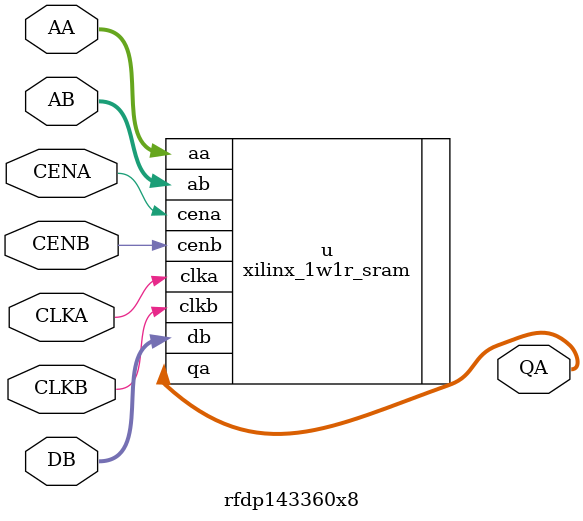
<source format=v>

`define RFDP(dpeth, width)    \
module rfdp``dpeth``x``width (					\
	output 		[width-1:0]				QA,     \
	input 		[$clog2(dpeth)-1:0] 	AA,     \
	input 								CLKA,   \
	input 								CENA,   \
	input 		[$clog2(dpeth)-1:0] 	AB,     \
	input 		[width-1:0] 			DB,     \
	input 								CLKB,   \
	input 								CENB    \
	);                                          \
	xilinx_1w1r_sram #(                            \
		.WWORD		(width),                    \
		.WADDR		($clog2(dpeth)),            \
		.DEPTH		(dpeth)                     \
		) u (                                   \
		.clka		(CLKA),                     \
		.aa			(AA),                       \
		.cena		(CENA),                     \
		.qa			(QA),                       \
                                                \
		.clkb		(CLKB),                     \
		.ab			(AB),                       \
		.cenb		(CENB),                     \
		.db			(DB));                      \
endmodule



`define RFDPWP(dpeth, width, wpwidth)    \
module rfdp``dpeth``x``width``_wp``wpwidth (		\
	output 		[width-1:0]				QA,     \
	input 		[$clog2(dpeth)-1:0] 	AA,     \
	input 								CLKA,   \
	input 								CENA,   \
	input 		[$clog2(dpeth)-1:0] 	AB,     \
	input 		[width-1:0] 			DB,     \
	input 								CLKB,   \
	input 		[width/wpwidth-1:0]		WENB,	\
	input 								CENB	\
	);                                          \
	parameter           BYTENB = width / 8;												\
	parameter			WPNB   = width/wpwidth; 				                        \
	parameter           WPBYTE = wpwidth / 8;                                           \
    wire    [BYTENB-1:0]    WENB8;                                       			    \
    genvar                  wpIdx, bmIdx;                                               \
    generate                                                                            \
        for (wpIdx = 0; wpIdx < WPNB; wpIdx = wpIdx + 1) begin: GENERATE_WP             \
            for (bmIdx = 0; bmIdx < WPBYTE; bmIdx = bmIdx + 1) begin: GENERATE_BM       \
                assign WENB8[wpIdx * WPBYTE + bmIdx] = WENB[wpIdx];                     \
            end                                                                         \
        end                                                                             \
    endgenerate                                                                         \
	xilinx_1w1r_sram_wp8 #(                     \
		.WWORD		(width),                    \
		.WADDR		($clog2(dpeth)),            \
		.DEPTH		(dpeth),                    \
		.WP			(8)                   		\
		) u (                                   \
		.clka		(CLKA),                     \
		.aa			(AA),                       \
		.cena		(CENA),                     \
		.qa			(QA),                       \
		.clkb		(CLKB),                     \
		.ab			(AB),                       \
		.wenb		(WENB8),                     \
		.cenb		(CENB),                     \
		.db			(DB));                      \
endmodule


`RFDP(32,32)
`RFDP(2048,8)
`RFDPWP(2048,128,32)
`RFDP(2048,128)
`RFDP(256,32)
`RFDP(512,32)
`RFDP(1024,32)
`RFDP(256,24)
`RFDP(64,38)
`RFDP(32,128)
`RFDP(32,130)

`RFDP(262144,8)
`RFDP(143360,8)



</source>
